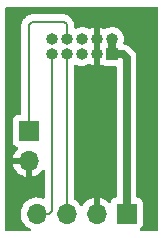
<source format=gbr>
%TF.GenerationSoftware,KiCad,Pcbnew,(6.0.4-0)*%
%TF.CreationDate,2022-10-31T16:38:17+09:00*%
%TF.ProjectId,pm2008-adapter-board,706d3230-3038-42d6-9164-61707465722d,V01*%
%TF.SameCoordinates,Original*%
%TF.FileFunction,Copper,L1,Top*%
%TF.FilePolarity,Positive*%
%FSLAX46Y46*%
G04 Gerber Fmt 4.6, Leading zero omitted, Abs format (unit mm)*
G04 Created by KiCad (PCBNEW (6.0.4-0)) date 2022-10-31 16:38:17*
%MOMM*%
%LPD*%
G01*
G04 APERTURE LIST*
%TA.AperFunction,ComponentPad*%
%ADD10R,1.000000X1.000000*%
%TD*%
%TA.AperFunction,ComponentPad*%
%ADD11O,1.000000X1.000000*%
%TD*%
%TA.AperFunction,ComponentPad*%
%ADD12R,1.700000X1.700000*%
%TD*%
%TA.AperFunction,ComponentPad*%
%ADD13O,1.700000X1.700000*%
%TD*%
%TA.AperFunction,Conductor*%
%ADD14C,0.200000*%
%TD*%
%TA.AperFunction,Conductor*%
%ADD15C,0.635000*%
%TD*%
G04 APERTURE END LIST*
D10*
%TO.P,J1,1,Pin_1*%
%TO.N,VDD*%
X149550000Y-94500000D03*
D11*
%TO.P,J1,2,Pin_2*%
X149550000Y-93230000D03*
%TO.P,J1,3,Pin_3*%
%TO.N,Earth*%
X148280000Y-94500000D03*
%TO.P,J1,4,Pin_4*%
X148280000Y-93230000D03*
%TO.P,J1,5,Pin_5*%
%TO.N,unconnected-(J1-Pad5)*%
X147010000Y-94500000D03*
%TO.P,J1,6,Pin_6*%
%TO.N,unconnected-(J1-Pad6)*%
X147010000Y-93230000D03*
%TO.P,J1,7,Pin_7*%
%TO.N,/RXD{slash}SDA*%
X145740000Y-94500000D03*
%TO.P,J1,8,Pin_8*%
%TO.N,/CTL*%
X145740000Y-93230000D03*
%TO.P,J1,9,Pin_9*%
%TO.N,/TXD{slash}SCL*%
X144470000Y-94500000D03*
%TO.P,J1,10,Pin_10*%
%TO.N,unconnected-(J1-Pad10)*%
X144470000Y-93230000D03*
%TD*%
D12*
%TO.P,J3,1,Pin_1*%
%TO.N,/CTL*%
X142500000Y-101000000D03*
D13*
%TO.P,J3,2,Pin_2*%
%TO.N,Earth*%
X142500000Y-103540000D03*
%TD*%
D12*
%TO.P,J2,1,Pin_1*%
%TO.N,VDD*%
X150800000Y-108000000D03*
D13*
%TO.P,J2,2,Pin_2*%
%TO.N,Earth*%
X148260000Y-108000000D03*
%TO.P,J2,3,Pin_3*%
%TO.N,/RXD{slash}SDA*%
X145720000Y-108000000D03*
%TO.P,J2,4,Pin_4*%
%TO.N,/TXD{slash}SCL*%
X143180000Y-108000000D03*
%TD*%
D14*
%TO.N,/CTL*%
X145500000Y-91750000D02*
X142750000Y-91750000D01*
X142750000Y-91750000D02*
X142500000Y-92000000D01*
X145740000Y-93230000D02*
X145740000Y-91990000D01*
X142500000Y-92000000D02*
X142500000Y-101000000D01*
X145740000Y-91990000D02*
X145500000Y-91750000D01*
D15*
%TO.N,VDD*%
X149550000Y-94500000D02*
X149550000Y-93230000D01*
X150500000Y-94500000D02*
X149550000Y-94500000D01*
X150800000Y-108000000D02*
X150800000Y-94800000D01*
X150800000Y-94800000D02*
X150500000Y-94500000D01*
D14*
%TO.N,/RXD{slash}SDA*%
X145740000Y-94500000D02*
X145740000Y-107980000D01*
X145740000Y-107980000D02*
X145720000Y-108000000D01*
%TO.N,/TXD{slash}SCL*%
X144470000Y-107780000D02*
X144250000Y-108000000D01*
X144250000Y-108000000D02*
X143180000Y-108000000D01*
X144470000Y-94500000D02*
X144470000Y-107780000D01*
%TD*%
%TA.AperFunction,Conductor*%
%TO.N,Earth*%
G36*
X153433621Y-90528502D02*
G01*
X153480114Y-90582158D01*
X153491500Y-90634500D01*
X153491500Y-109365500D01*
X153471498Y-109433621D01*
X153417842Y-109480114D01*
X153365500Y-109491500D01*
X152020226Y-109491500D01*
X151952105Y-109471498D01*
X151905612Y-109417842D01*
X151895508Y-109347568D01*
X151925002Y-109282988D01*
X151944661Y-109264674D01*
X152006080Y-109218643D01*
X152006081Y-109218642D01*
X152013261Y-109213261D01*
X152100615Y-109096705D01*
X152151745Y-108960316D01*
X152158500Y-108898134D01*
X152158500Y-107101866D01*
X152151745Y-107039684D01*
X152100615Y-106903295D01*
X152013261Y-106786739D01*
X151896705Y-106699385D01*
X151760316Y-106648255D01*
X151742291Y-106646297D01*
X151738390Y-106645873D01*
X151672829Y-106618630D01*
X151632403Y-106560266D01*
X151626000Y-106520610D01*
X151626000Y-94840033D01*
X151626442Y-94829489D01*
X151630052Y-94786498D01*
X151630623Y-94779700D01*
X151620289Y-94702257D01*
X151619924Y-94699236D01*
X151612226Y-94628366D01*
X151612226Y-94628364D01*
X151611489Y-94621583D01*
X151609313Y-94615117D01*
X151608796Y-94612767D01*
X151608699Y-94612218D01*
X151608522Y-94611459D01*
X151608364Y-94610914D01*
X151607789Y-94608575D01*
X151606887Y-94601810D01*
X151580169Y-94528404D01*
X151579168Y-94525545D01*
X151570572Y-94500000D01*
X151554246Y-94451489D01*
X151550731Y-94445639D01*
X151549709Y-94443427D01*
X151549501Y-94442922D01*
X151549175Y-94442239D01*
X151548894Y-94441723D01*
X151547840Y-94439582D01*
X151545505Y-94433166D01*
X151537696Y-94420861D01*
X151503669Y-94367241D01*
X151502052Y-94364623D01*
X151465328Y-94303504D01*
X151465327Y-94303503D01*
X151461814Y-94297656D01*
X151457126Y-94292699D01*
X151455657Y-94290763D01*
X151455016Y-94289840D01*
X151452108Y-94285995D01*
X151449342Y-94281636D01*
X151445677Y-94277536D01*
X151393757Y-94225616D01*
X151391304Y-94223094D01*
X151338504Y-94167260D01*
X151332860Y-94163425D01*
X151328017Y-94159303D01*
X151320583Y-94152443D01*
X151112385Y-93944245D01*
X151105242Y-93936477D01*
X151077395Y-93903525D01*
X151077393Y-93903523D01*
X151072985Y-93898307D01*
X151061707Y-93889684D01*
X151010938Y-93850869D01*
X151008514Y-93848968D01*
X150952968Y-93804307D01*
X150947650Y-93800031D01*
X150941540Y-93796998D01*
X150939504Y-93795696D01*
X150939048Y-93795377D01*
X150938390Y-93794967D01*
X150937900Y-93794698D01*
X150935834Y-93793447D01*
X150930414Y-93789303D01*
X150859646Y-93756304D01*
X150856875Y-93754970D01*
X150853501Y-93753295D01*
X150786898Y-93720233D01*
X150780273Y-93718581D01*
X150778006Y-93717747D01*
X150777481Y-93717528D01*
X150776777Y-93717279D01*
X150776227Y-93717117D01*
X150773943Y-93716339D01*
X150767761Y-93713457D01*
X150761103Y-93711969D01*
X150761095Y-93711966D01*
X150691542Y-93696419D01*
X150688546Y-93695711D01*
X150612763Y-93676816D01*
X150613161Y-93675220D01*
X150556068Y-93649603D01*
X150517288Y-93590133D01*
X150518388Y-93514061D01*
X150536250Y-93460365D01*
X150538197Y-93454513D01*
X150562985Y-93258295D01*
X150563380Y-93230000D01*
X150544080Y-93033167D01*
X150486916Y-92843831D01*
X150394066Y-92669204D01*
X150309480Y-92565491D01*
X150272960Y-92520713D01*
X150272957Y-92520710D01*
X150269065Y-92515938D01*
X150264316Y-92512009D01*
X150121425Y-92393799D01*
X150121421Y-92393797D01*
X150116675Y-92389870D01*
X149942701Y-92295802D01*
X149753768Y-92237318D01*
X149747643Y-92236674D01*
X149747642Y-92236674D01*
X149563204Y-92217289D01*
X149563202Y-92217289D01*
X149557075Y-92216645D01*
X149474576Y-92224153D01*
X149366251Y-92234011D01*
X149366248Y-92234012D01*
X149360112Y-92234570D01*
X149354206Y-92236308D01*
X149354202Y-92236309D01*
X149277954Y-92258750D01*
X149170381Y-92290410D01*
X149164923Y-92293263D01*
X149164919Y-92293265D01*
X149096166Y-92329209D01*
X148995110Y-92382040D01*
X148990310Y-92385900D01*
X148985153Y-92389274D01*
X148983849Y-92387281D01*
X148927977Y-92410354D01*
X148858122Y-92397674D01*
X148844186Y-92389522D01*
X148840980Y-92387360D01*
X148677924Y-92299196D01*
X148666619Y-92294444D01*
X148551308Y-92258750D01*
X148537205Y-92258544D01*
X148534000Y-92265299D01*
X148534000Y-95457564D01*
X148537973Y-95471095D01*
X148546188Y-95472276D01*
X148640345Y-95445986D01*
X148651778Y-95441552D01*
X148665266Y-95434739D01*
X148735089Y-95421879D01*
X148787441Y-95442381D01*
X148788240Y-95440921D01*
X148796108Y-95445229D01*
X148803295Y-95450615D01*
X148939684Y-95501745D01*
X149001866Y-95508500D01*
X149848000Y-95508500D01*
X149916121Y-95528502D01*
X149962614Y-95582158D01*
X149974000Y-95634500D01*
X149974000Y-106520610D01*
X149953998Y-106588731D01*
X149900342Y-106635224D01*
X149861610Y-106645873D01*
X149857709Y-106646297D01*
X149839684Y-106648255D01*
X149703295Y-106699385D01*
X149586739Y-106786739D01*
X149499385Y-106903295D01*
X149496233Y-106911703D01*
X149496232Y-106911705D01*
X149454722Y-107022433D01*
X149412081Y-107079198D01*
X149345519Y-107103898D01*
X149276170Y-107088691D01*
X149243546Y-107063004D01*
X149192799Y-107007234D01*
X149185273Y-107000215D01*
X149018139Y-106868222D01*
X149009552Y-106862517D01*
X148823117Y-106759599D01*
X148813705Y-106755369D01*
X148612959Y-106684280D01*
X148602988Y-106681646D01*
X148531837Y-106668972D01*
X148518540Y-106670432D01*
X148514000Y-106684989D01*
X148514000Y-108128000D01*
X148493998Y-108196121D01*
X148440342Y-108242614D01*
X148388000Y-108254000D01*
X148132000Y-108254000D01*
X148063879Y-108233998D01*
X148017386Y-108180342D01*
X148006000Y-108128000D01*
X148006000Y-106683102D01*
X148002082Y-106669758D01*
X147987806Y-106667771D01*
X147949324Y-106673660D01*
X147939288Y-106676051D01*
X147736868Y-106742212D01*
X147727359Y-106746209D01*
X147538463Y-106844542D01*
X147529738Y-106850036D01*
X147359433Y-106977905D01*
X147351726Y-106984748D01*
X147204590Y-107138717D01*
X147198109Y-107146722D01*
X147093498Y-107300074D01*
X147038587Y-107345076D01*
X146968062Y-107353247D01*
X146904315Y-107321993D01*
X146883618Y-107297509D01*
X146802822Y-107172617D01*
X146802820Y-107172614D01*
X146800014Y-107168277D01*
X146649670Y-107003051D01*
X146645619Y-106999852D01*
X146645615Y-106999848D01*
X146478417Y-106867803D01*
X146474359Y-106864598D01*
X146447212Y-106849612D01*
X146413606Y-106831060D01*
X146363635Y-106780627D01*
X146348500Y-106720752D01*
X146348500Y-95500427D01*
X146368502Y-95432306D01*
X146422158Y-95385813D01*
X146492432Y-95375709D01*
X146535969Y-95390438D01*
X146557632Y-95402545D01*
X146598916Y-95425619D01*
X146598922Y-95425621D01*
X146604294Y-95428624D01*
X146792392Y-95489740D01*
X146988777Y-95513158D01*
X146994912Y-95512686D01*
X146994914Y-95512686D01*
X147179830Y-95498457D01*
X147179834Y-95498456D01*
X147185972Y-95497984D01*
X147376463Y-95444798D01*
X147381967Y-95442018D01*
X147381969Y-95442017D01*
X147547493Y-95358405D01*
X147547495Y-95358404D01*
X147552996Y-95355625D01*
X147566973Y-95344705D01*
X147632967Y-95318525D01*
X147706020Y-95334004D01*
X147869121Y-95425159D01*
X147880356Y-95430067D01*
X148008768Y-95471790D01*
X148022867Y-95472193D01*
X148026000Y-95465821D01*
X148026000Y-92272076D01*
X148022027Y-92258545D01*
X148014232Y-92257425D01*
X147906479Y-92289138D01*
X147895111Y-92293731D01*
X147730846Y-92379607D01*
X147715426Y-92389697D01*
X147714003Y-92387522D01*
X147658864Y-92410314D01*
X147589005Y-92397657D01*
X147579055Y-92391839D01*
X147576675Y-92389870D01*
X147402701Y-92295802D01*
X147213768Y-92237318D01*
X147207643Y-92236674D01*
X147207642Y-92236674D01*
X147023204Y-92217289D01*
X147023202Y-92217289D01*
X147017075Y-92216645D01*
X146934576Y-92224153D01*
X146826251Y-92234011D01*
X146826248Y-92234012D01*
X146820112Y-92234570D01*
X146814206Y-92236308D01*
X146814202Y-92236309D01*
X146737954Y-92258750D01*
X146630381Y-92290410D01*
X146624917Y-92293267D01*
X146624911Y-92293269D01*
X146532876Y-92341384D01*
X146463240Y-92355219D01*
X146397179Y-92329209D01*
X146355667Y-92271614D01*
X146348500Y-92229723D01*
X146348500Y-92038136D01*
X146349578Y-92021690D01*
X146352672Y-91998188D01*
X146353750Y-91990000D01*
X146348500Y-91950122D01*
X146348500Y-91950115D01*
X146332838Y-91831150D01*
X146271524Y-91683125D01*
X146271524Y-91683124D01*
X146198477Y-91587928D01*
X146198474Y-91587925D01*
X146173987Y-91556013D01*
X146167432Y-91550983D01*
X146148621Y-91536548D01*
X146136230Y-91525681D01*
X145964315Y-91353766D01*
X145953448Y-91341375D01*
X145939013Y-91322563D01*
X145933987Y-91316013D01*
X145902075Y-91291526D01*
X145902072Y-91291523D01*
X145902064Y-91291517D01*
X145813429Y-91223504D01*
X145813427Y-91223503D01*
X145806876Y-91218476D01*
X145658851Y-91157162D01*
X145650664Y-91156084D01*
X145650663Y-91156084D01*
X145639458Y-91154609D01*
X145608262Y-91150502D01*
X145539885Y-91141500D01*
X145539882Y-91141500D01*
X145539874Y-91141499D01*
X145508189Y-91137328D01*
X145500000Y-91136250D01*
X145468307Y-91140422D01*
X145451864Y-91141500D01*
X142798136Y-91141500D01*
X142781690Y-91140422D01*
X142758188Y-91137328D01*
X142750000Y-91136250D01*
X142741812Y-91137328D01*
X142710129Y-91141499D01*
X142710120Y-91141500D01*
X142710115Y-91141500D01*
X142591150Y-91157162D01*
X142443125Y-91218476D01*
X142443123Y-91218477D01*
X142443124Y-91218477D01*
X142347928Y-91291523D01*
X142347925Y-91291526D01*
X142316013Y-91316013D01*
X142310983Y-91322568D01*
X142296548Y-91341379D01*
X142285681Y-91353770D01*
X142103766Y-91535685D01*
X142091375Y-91546552D01*
X142066013Y-91566013D01*
X142041526Y-91597925D01*
X142041523Y-91597928D01*
X142041517Y-91597936D01*
X141976149Y-91683125D01*
X141968476Y-91693124D01*
X141911304Y-91831150D01*
X141907162Y-91841150D01*
X141891500Y-91960115D01*
X141891500Y-91960120D01*
X141886250Y-92000000D01*
X141889106Y-92021690D01*
X141890422Y-92031690D01*
X141891500Y-92048136D01*
X141891500Y-99515500D01*
X141871498Y-99583621D01*
X141817842Y-99630114D01*
X141765500Y-99641500D01*
X141601866Y-99641500D01*
X141539684Y-99648255D01*
X141403295Y-99699385D01*
X141286739Y-99786739D01*
X141199385Y-99903295D01*
X141148255Y-100039684D01*
X141141500Y-100101866D01*
X141141500Y-101898134D01*
X141148255Y-101960316D01*
X141199385Y-102096705D01*
X141286739Y-102213261D01*
X141403295Y-102300615D01*
X141411704Y-102303767D01*
X141411705Y-102303768D01*
X141520960Y-102344726D01*
X141577725Y-102387367D01*
X141602425Y-102453929D01*
X141587218Y-102523278D01*
X141567825Y-102549759D01*
X141444590Y-102678717D01*
X141438104Y-102686727D01*
X141318098Y-102862649D01*
X141313000Y-102871623D01*
X141223338Y-103064783D01*
X141219775Y-103074470D01*
X141164389Y-103274183D01*
X141165912Y-103282607D01*
X141178292Y-103286000D01*
X142628000Y-103286000D01*
X142696121Y-103306002D01*
X142742614Y-103359658D01*
X142754000Y-103412000D01*
X142754000Y-104858517D01*
X142758064Y-104872359D01*
X142771478Y-104874393D01*
X142778184Y-104873534D01*
X142788262Y-104871392D01*
X142992255Y-104810191D01*
X143001842Y-104806433D01*
X143193095Y-104712739D01*
X143201945Y-104707464D01*
X143375328Y-104583792D01*
X143383200Y-104577139D01*
X143534052Y-104426812D01*
X143540730Y-104418965D01*
X143633178Y-104290310D01*
X143689172Y-104246662D01*
X143759876Y-104240216D01*
X143822840Y-104273019D01*
X143858074Y-104334655D01*
X143861500Y-104363836D01*
X143861500Y-106621806D01*
X143841498Y-106689927D01*
X143787842Y-106736420D01*
X143717568Y-106746524D01*
X143693441Y-106740579D01*
X143533091Y-106683796D01*
X143533083Y-106683794D01*
X143528212Y-106682069D01*
X143523119Y-106681162D01*
X143523116Y-106681161D01*
X143313373Y-106643800D01*
X143313367Y-106643799D01*
X143308284Y-106642894D01*
X143234452Y-106641992D01*
X143090081Y-106640228D01*
X143090079Y-106640228D01*
X143084911Y-106640165D01*
X142864091Y-106673955D01*
X142651756Y-106743357D01*
X142453607Y-106846507D01*
X142449474Y-106849610D01*
X142449471Y-106849612D01*
X142366771Y-106911705D01*
X142274965Y-106980635D01*
X142120629Y-107142138D01*
X141994743Y-107326680D01*
X141900688Y-107529305D01*
X141840989Y-107744570D01*
X141817251Y-107966695D01*
X141830110Y-108189715D01*
X141831247Y-108194761D01*
X141831248Y-108194767D01*
X141842031Y-108242614D01*
X141879222Y-108407639D01*
X141963266Y-108614616D01*
X142014942Y-108698944D01*
X142077291Y-108800688D01*
X142079987Y-108805088D01*
X142226250Y-108973938D01*
X142398126Y-109116632D01*
X142591000Y-109229338D01*
X142595825Y-109231180D01*
X142595826Y-109231181D01*
X142639321Y-109247790D01*
X142695824Y-109290778D01*
X142720117Y-109357489D01*
X142704487Y-109426743D01*
X142653896Y-109476554D01*
X142594372Y-109491500D01*
X140634500Y-109491500D01*
X140566379Y-109471498D01*
X140519886Y-109417842D01*
X140508500Y-109365500D01*
X140508500Y-103807966D01*
X141168257Y-103807966D01*
X141198565Y-103942446D01*
X141201645Y-103952275D01*
X141281770Y-104149603D01*
X141286413Y-104158794D01*
X141397694Y-104340388D01*
X141403777Y-104348699D01*
X141543213Y-104509667D01*
X141550580Y-104516883D01*
X141714434Y-104652916D01*
X141722881Y-104658831D01*
X141906756Y-104766279D01*
X141916042Y-104770729D01*
X142115001Y-104846703D01*
X142124899Y-104849579D01*
X142228250Y-104870606D01*
X142242299Y-104869410D01*
X142246000Y-104859065D01*
X142246000Y-103812115D01*
X142241525Y-103796876D01*
X142240135Y-103795671D01*
X142232452Y-103794000D01*
X141183225Y-103794000D01*
X141169694Y-103797973D01*
X141168257Y-103807966D01*
X140508500Y-103807966D01*
X140508500Y-90634500D01*
X140528502Y-90566379D01*
X140582158Y-90519886D01*
X140634500Y-90508500D01*
X153365500Y-90508500D01*
X153433621Y-90528502D01*
G37*
%TD.AperFunction*%
%TD*%
M02*

</source>
